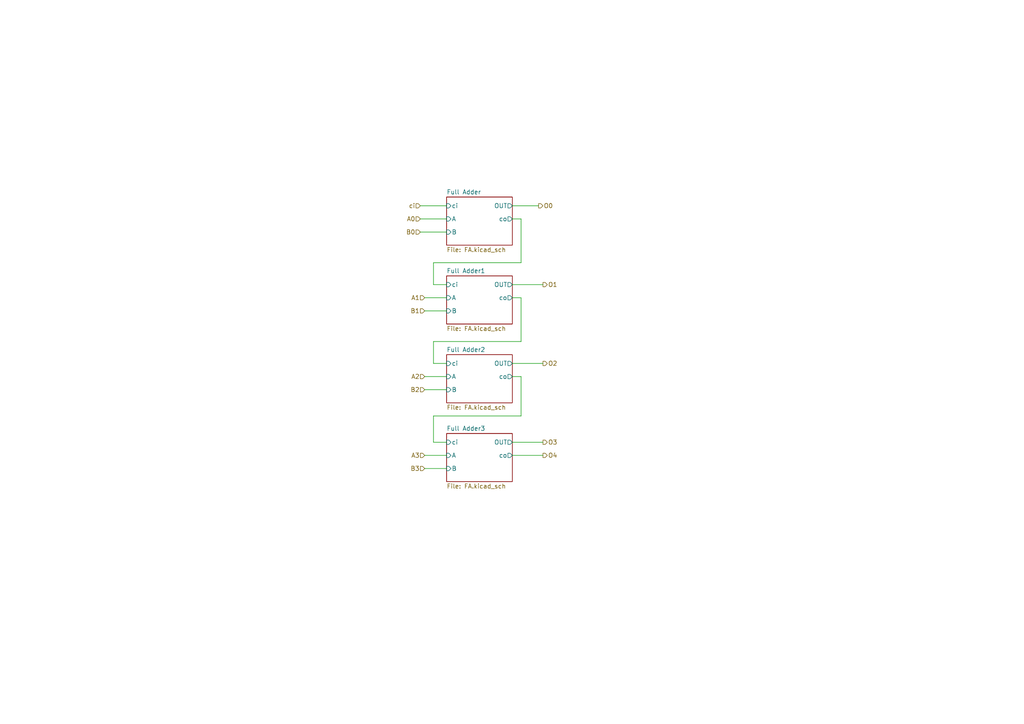
<source format=kicad_sch>
(kicad_sch (version 20211123) (generator eeschema)

  (uuid 7b889014-93a7-467b-912d-97cf91505f2b)

  (paper "A4")

  (lib_symbols
  )


  (wire (pts (xy 151.13 120.65) (xy 125.73 120.65))
    (stroke (width 0) (type default) (color 0 0 0 0))
    (uuid 002867db-8cbd-40c0-951a-7f9f2e18dc80)
  )
  (wire (pts (xy 121.92 59.69) (xy 129.54 59.69))
    (stroke (width 0) (type default) (color 0 0 0 0))
    (uuid 029a45ce-7cb8-4d78-bbd5-f36d253fa1d1)
  )
  (wire (pts (xy 125.73 105.41) (xy 129.54 105.41))
    (stroke (width 0) (type default) (color 0 0 0 0))
    (uuid 105c86fa-9884-4fad-a69f-0139caa63b60)
  )
  (wire (pts (xy 148.59 82.55) (xy 157.48 82.55))
    (stroke (width 0) (type default) (color 0 0 0 0))
    (uuid 22bff4d6-5bfb-4750-abe1-dbe4e8c8da29)
  )
  (wire (pts (xy 125.73 128.27) (xy 129.54 128.27))
    (stroke (width 0) (type default) (color 0 0 0 0))
    (uuid 25c640ed-1129-40a7-aca2-cafbd94e8c05)
  )
  (wire (pts (xy 151.13 109.22) (xy 151.13 120.65))
    (stroke (width 0) (type default) (color 0 0 0 0))
    (uuid 2676c483-f7c7-421a-8aa6-6bd4ae81c034)
  )
  (wire (pts (xy 123.19 135.89) (xy 129.54 135.89))
    (stroke (width 0) (type default) (color 0 0 0 0))
    (uuid 285b2798-1867-4632-9286-cbbade664d71)
  )
  (wire (pts (xy 148.59 132.08) (xy 157.48 132.08))
    (stroke (width 0) (type default) (color 0 0 0 0))
    (uuid 287a03fa-6599-4bb6-9436-308dc4bfe04d)
  )
  (wire (pts (xy 125.73 99.06) (xy 125.73 105.41))
    (stroke (width 0) (type default) (color 0 0 0 0))
    (uuid 31c0a2a0-0496-4d09-93a4-fb79a3c90645)
  )
  (wire (pts (xy 148.59 109.22) (xy 151.13 109.22))
    (stroke (width 0) (type default) (color 0 0 0 0))
    (uuid 36bff586-eca3-4afd-b986-3ed95f84ca00)
  )
  (wire (pts (xy 121.92 63.5) (xy 129.54 63.5))
    (stroke (width 0) (type default) (color 0 0 0 0))
    (uuid 4bddd06a-4eef-49f6-a935-7f11f01416b5)
  )
  (wire (pts (xy 125.73 76.2) (xy 125.73 82.55))
    (stroke (width 0) (type default) (color 0 0 0 0))
    (uuid 5e36434e-2104-4fd8-a9c8-c8077df62efb)
  )
  (wire (pts (xy 151.13 76.2) (xy 125.73 76.2))
    (stroke (width 0) (type default) (color 0 0 0 0))
    (uuid 5e9f145d-bc34-443a-9ae5-814a3d4e033c)
  )
  (wire (pts (xy 123.19 109.22) (xy 129.54 109.22))
    (stroke (width 0) (type default) (color 0 0 0 0))
    (uuid 79741504-1f2b-4094-974c-689492a6bd1a)
  )
  (wire (pts (xy 123.19 90.17) (xy 129.54 90.17))
    (stroke (width 0) (type default) (color 0 0 0 0))
    (uuid 8b3ab73e-a9a1-4f68-bb1a-8e9b48b6c601)
  )
  (wire (pts (xy 151.13 63.5) (xy 151.13 76.2))
    (stroke (width 0) (type default) (color 0 0 0 0))
    (uuid 8c715c6b-efae-4d1f-8d8d-2d13d8285826)
  )
  (wire (pts (xy 148.59 105.41) (xy 157.48 105.41))
    (stroke (width 0) (type default) (color 0 0 0 0))
    (uuid 935ff92d-1e61-4cb8-a74b-58c0fa519d51)
  )
  (wire (pts (xy 151.13 86.36) (xy 151.13 99.06))
    (stroke (width 0) (type default) (color 0 0 0 0))
    (uuid 9b3dc325-fc6a-4d41-a36c-732a77042403)
  )
  (wire (pts (xy 125.73 82.55) (xy 129.54 82.55))
    (stroke (width 0) (type default) (color 0 0 0 0))
    (uuid a092bd9d-5530-44fc-a2c6-9b7e46ddcf64)
  )
  (wire (pts (xy 123.19 113.03) (xy 129.54 113.03))
    (stroke (width 0) (type default) (color 0 0 0 0))
    (uuid a3c41f23-bae7-453b-91a4-434f3581c94d)
  )
  (wire (pts (xy 123.19 86.36) (xy 129.54 86.36))
    (stroke (width 0) (type default) (color 0 0 0 0))
    (uuid a71c4569-3342-41d5-90a3-20192ce2dada)
  )
  (wire (pts (xy 148.59 63.5) (xy 151.13 63.5))
    (stroke (width 0) (type default) (color 0 0 0 0))
    (uuid a810c4ba-74f7-4bf5-a6b2-eb0b5e0a468f)
  )
  (wire (pts (xy 125.73 120.65) (xy 125.73 128.27))
    (stroke (width 0) (type default) (color 0 0 0 0))
    (uuid a9c7a0e3-6be1-437f-a60c-f4356786a41e)
  )
  (wire (pts (xy 148.59 59.69) (xy 156.21 59.69))
    (stroke (width 0) (type default) (color 0 0 0 0))
    (uuid bb4cc551-8a6a-4d5d-98dd-fe61753c8e6b)
  )
  (wire (pts (xy 148.59 128.27) (xy 157.48 128.27))
    (stroke (width 0) (type default) (color 0 0 0 0))
    (uuid d3ab6fae-f122-49ed-bd66-219df2395dbb)
  )
  (wire (pts (xy 121.92 67.31) (xy 129.54 67.31))
    (stroke (width 0) (type default) (color 0 0 0 0))
    (uuid e8a8ed8b-6b52-4dd1-8339-08c4e3f2d3c5)
  )
  (wire (pts (xy 151.13 99.06) (xy 125.73 99.06))
    (stroke (width 0) (type default) (color 0 0 0 0))
    (uuid ee8bf931-0eba-4bb0-8b40-de735885a546)
  )
  (wire (pts (xy 123.19 132.08) (xy 129.54 132.08))
    (stroke (width 0) (type default) (color 0 0 0 0))
    (uuid f6f8b8d2-3eb2-4209-b632-122eace3ad5d)
  )
  (wire (pts (xy 148.59 86.36) (xy 151.13 86.36))
    (stroke (width 0) (type default) (color 0 0 0 0))
    (uuid fcff23a9-11b6-4472-8330-ef3e9c069e76)
  )

  (hierarchical_label "O3" (shape output) (at 157.48 128.27 0)
    (effects (font (size 1.27 1.27)) (justify left))
    (uuid 0afecb5d-3aaa-4c12-b41c-ceb8a5820b52)
  )
  (hierarchical_label "B3" (shape input) (at 123.19 135.89 180)
    (effects (font (size 1.27 1.27)) (justify right))
    (uuid 1a1021d8-58be-4d26-b67f-840f49106075)
  )
  (hierarchical_label "O1" (shape output) (at 157.48 82.55 0)
    (effects (font (size 1.27 1.27)) (justify left))
    (uuid 232c41c9-ea6b-41ec-a4be-3b84d1a7ff4a)
  )
  (hierarchical_label "B0" (shape input) (at 121.92 67.31 180)
    (effects (font (size 1.27 1.27)) (justify right))
    (uuid 23571ebb-532c-4891-ad2a-c6e15c4f2b9d)
  )
  (hierarchical_label "B2" (shape input) (at 123.19 113.03 180)
    (effects (font (size 1.27 1.27)) (justify right))
    (uuid 3204cf5e-0e29-4254-97e1-f481d4f811a9)
  )
  (hierarchical_label "B1" (shape input) (at 123.19 90.17 180)
    (effects (font (size 1.27 1.27)) (justify right))
    (uuid 39675a09-e4a8-4dc7-9728-0a6cee86b860)
  )
  (hierarchical_label "A1" (shape input) (at 123.19 86.36 180)
    (effects (font (size 1.27 1.27)) (justify right))
    (uuid 462fc91a-f48e-427c-805d-d89d163794f4)
  )
  (hierarchical_label "A3" (shape input) (at 123.19 132.08 180)
    (effects (font (size 1.27 1.27)) (justify right))
    (uuid 47973534-5173-445b-b81b-65e685bb2ee4)
  )
  (hierarchical_label "O0" (shape output) (at 156.21 59.69 0)
    (effects (font (size 1.27 1.27)) (justify left))
    (uuid 4a7fd020-f7e3-4e49-b743-89f9068cb331)
  )
  (hierarchical_label "A2" (shape input) (at 123.19 109.22 180)
    (effects (font (size 1.27 1.27)) (justify right))
    (uuid 4cf74bac-c9a0-4a57-a8d2-e6dbbd575742)
  )
  (hierarchical_label "A0" (shape input) (at 121.92 63.5 180)
    (effects (font (size 1.27 1.27)) (justify right))
    (uuid 583f492d-def2-4116-86c2-bd80612fab2f)
  )
  (hierarchical_label "O2" (shape output) (at 157.48 105.41 0)
    (effects (font (size 1.27 1.27)) (justify left))
    (uuid 6b55ab1d-f736-42e1-b287-d664d75bf555)
  )
  (hierarchical_label "O4" (shape output) (at 157.48 132.08 0)
    (effects (font (size 1.27 1.27)) (justify left))
    (uuid 8b8f3d11-0ec0-4dbc-8d83-fa3cd79d7c83)
  )
  (hierarchical_label "ci" (shape input) (at 121.92 59.69 180)
    (effects (font (size 1.27 1.27)) (justify right))
    (uuid dde17fb4-eeb4-4d49-bb8c-683da33d41e9)
  )

  (sheet (at 129.54 125.73) (size 19.05 13.97) (fields_autoplaced)
    (stroke (width 0.1524) (type solid) (color 0 0 0 0))
    (fill (color 0 0 0 0.0000))
    (uuid 0b164fde-4117-4f4b-b33c-90ef4e14a2d7)
    (property "Sheet name" "Full Adder3" (id 0) (at 129.54 125.0184 0)
      (effects (font (size 1.27 1.27)) (justify left bottom))
    )
    (property "Sheet file" "FA.kicad_sch" (id 1) (at 129.54 140.2846 0)
      (effects (font (size 1.27 1.27)) (justify left top))
    )
    (pin "co" output (at 148.59 132.08 0)
      (effects (font (size 1.27 1.27)) (justify right))
      (uuid 686f01ff-61f4-4d40-93ac-68b31f1bd25e)
    )
    (pin "OUT" output (at 148.59 128.27 0)
      (effects (font (size 1.27 1.27)) (justify right))
      (uuid 75d7814f-683f-4288-8fed-8be8b7aa78e8)
    )
    (pin "A" input (at 129.54 132.08 180)
      (effects (font (size 1.27 1.27)) (justify left))
      (uuid c7d85444-438c-43fc-a16f-2284ce271266)
    )
    (pin "B" input (at 129.54 135.89 180)
      (effects (font (size 1.27 1.27)) (justify left))
      (uuid fea15bc1-4971-4a84-92e6-c32586448a6d)
    )
    (pin "ci" input (at 129.54 128.27 180)
      (effects (font (size 1.27 1.27)) (justify left))
      (uuid 7c6862df-9466-45f1-9381-f3657ea4b3e8)
    )
  )

  (sheet (at 129.54 80.01) (size 19.05 13.97) (fields_autoplaced)
    (stroke (width 0.1524) (type solid) (color 0 0 0 0))
    (fill (color 0 0 0 0.0000))
    (uuid 4140de27-203d-4dfe-93d4-ea7ac9e04f60)
    (property "Sheet name" "Full Adder1" (id 0) (at 129.54 79.2984 0)
      (effects (font (size 1.27 1.27)) (justify left bottom))
    )
    (property "Sheet file" "FA.kicad_sch" (id 1) (at 129.54 94.5646 0)
      (effects (font (size 1.27 1.27)) (justify left top))
    )
    (pin "co" output (at 148.59 86.36 0)
      (effects (font (size 1.27 1.27)) (justify right))
      (uuid 684e3727-00b2-49d9-aaa3-8c26e1c73bd4)
    )
    (pin "OUT" output (at 148.59 82.55 0)
      (effects (font (size 1.27 1.27)) (justify right))
      (uuid ae1a45ee-20e6-4a90-ba01-e89c74a350b6)
    )
    (pin "A" input (at 129.54 86.36 180)
      (effects (font (size 1.27 1.27)) (justify left))
      (uuid fcc20b3d-e35d-42ef-9fb0-0e2b279ceb81)
    )
    (pin "B" input (at 129.54 90.17 180)
      (effects (font (size 1.27 1.27)) (justify left))
      (uuid 89050600-6fde-4502-8ddc-130eebc2d62e)
    )
    (pin "ci" input (at 129.54 82.55 180)
      (effects (font (size 1.27 1.27)) (justify left))
      (uuid 1c695c73-6684-4afb-b99e-113827452611)
    )
  )

  (sheet (at 129.54 102.87) (size 19.05 13.97) (fields_autoplaced)
    (stroke (width 0.1524) (type solid) (color 0 0 0 0))
    (fill (color 0 0 0 0.0000))
    (uuid 84f23625-82d5-4d51-bf0c-863492d55317)
    (property "Sheet name" "Full Adder2" (id 0) (at 129.54 102.1584 0)
      (effects (font (size 1.27 1.27)) (justify left bottom))
    )
    (property "Sheet file" "FA.kicad_sch" (id 1) (at 129.54 117.4246 0)
      (effects (font (size 1.27 1.27)) (justify left top))
    )
    (pin "co" output (at 148.59 109.22 0)
      (effects (font (size 1.27 1.27)) (justify right))
      (uuid d30c8658-02e0-48c0-8071-415bb23970ec)
    )
    (pin "OUT" output (at 148.59 105.41 0)
      (effects (font (size 1.27 1.27)) (justify right))
      (uuid eed4ac7d-c6c0-4bdf-b9c0-2d4e710b94a2)
    )
    (pin "A" input (at 129.54 109.22 180)
      (effects (font (size 1.27 1.27)) (justify left))
      (uuid b0972c7d-25f8-401a-92be-1bc54179268c)
    )
    (pin "B" input (at 129.54 113.03 180)
      (effects (font (size 1.27 1.27)) (justify left))
      (uuid 8c718c35-c183-4a0e-890d-6e260578dfc8)
    )
    (pin "ci" input (at 129.54 105.41 180)
      (effects (font (size 1.27 1.27)) (justify left))
      (uuid 41b731e4-48b5-4997-a5b8-e9a38306caf1)
    )
  )

  (sheet (at 129.54 57.15) (size 19.05 13.97) (fields_autoplaced)
    (stroke (width 0.1524) (type solid) (color 0 0 0 0))
    (fill (color 0 0 0 0.0000))
    (uuid 9f636e1b-a3a7-4c62-ab94-8eaef6f90d41)
    (property "Sheet name" "Full Adder" (id 0) (at 129.54 56.4384 0)
      (effects (font (size 1.27 1.27)) (justify left bottom))
    )
    (property "Sheet file" "FA.kicad_sch" (id 1) (at 129.54 71.7046 0)
      (effects (font (size 1.27 1.27)) (justify left top))
    )
    (pin "co" output (at 148.59 63.5 0)
      (effects (font (size 1.27 1.27)) (justify right))
      (uuid 336b67df-2941-4adb-b3ca-4cff3acba437)
    )
    (pin "OUT" output (at 148.59 59.69 0)
      (effects (font (size 1.27 1.27)) (justify right))
      (uuid bbe26b02-b51e-45d3-b9dd-7f8f24895303)
    )
    (pin "A" input (at 129.54 63.5 180)
      (effects (font (size 1.27 1.27)) (justify left))
      (uuid 6f1c81f7-2358-4678-a24a-30f1a3b4f0bb)
    )
    (pin "B" input (at 129.54 67.31 180)
      (effects (font (size 1.27 1.27)) (justify left))
      (uuid 752b5feb-80ba-45dc-8906-a731fc2d44bb)
    )
    (pin "ci" input (at 129.54 59.69 180)
      (effects (font (size 1.27 1.27)) (justify left))
      (uuid 7b35e77e-68e4-490f-9965-e1cfebfa41f8)
    )
  )
)

</source>
